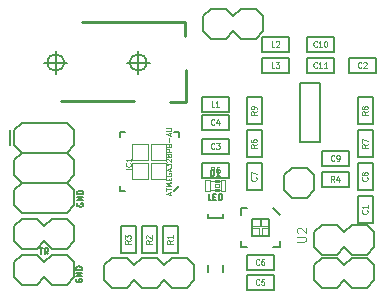
<source format=gto>
G04 (created by PCBNEW (2013-jul-07)-stable) date Fri 27 Jan 2017 11:51:30 PM EST*
%MOIN*%
G04 Gerber Fmt 3.4, Leading zero omitted, Abs format*
%FSLAX34Y34*%
G01*
G70*
G90*
G04 APERTURE LIST*
%ADD10C,0.00590551*%
%ADD11C,0.005*%
%ADD12C,0.0026*%
%ADD13C,0.008*%
%ADD14C,0.0025*%
%ADD15C,0.004*%
%ADD16C,0.01*%
%ADD17C,0.002*%
%ADD18C,0.001*%
%ADD19C,0.0045*%
G04 APERTURE END LIST*
G54D10*
G54D11*
X10402Y-11294D02*
X10392Y-11313D01*
X10392Y-11341D01*
X10402Y-11370D01*
X10421Y-11389D01*
X10440Y-11398D01*
X10478Y-11408D01*
X10507Y-11408D01*
X10545Y-11398D01*
X10564Y-11389D01*
X10583Y-11370D01*
X10592Y-11341D01*
X10592Y-11322D01*
X10583Y-11294D01*
X10573Y-11284D01*
X10507Y-11284D01*
X10507Y-11322D01*
X10592Y-11198D02*
X10392Y-11198D01*
X10592Y-11084D01*
X10392Y-11084D01*
X10592Y-10989D02*
X10392Y-10989D01*
X10392Y-10941D01*
X10402Y-10913D01*
X10421Y-10894D01*
X10440Y-10884D01*
X10478Y-10875D01*
X10507Y-10875D01*
X10545Y-10884D01*
X10564Y-10894D01*
X10583Y-10913D01*
X10592Y-10941D01*
X10592Y-10989D01*
X10362Y-13813D02*
X10353Y-13832D01*
X10353Y-13861D01*
X10362Y-13889D01*
X10381Y-13909D01*
X10401Y-13918D01*
X10439Y-13928D01*
X10467Y-13928D01*
X10505Y-13918D01*
X10524Y-13909D01*
X10543Y-13889D01*
X10553Y-13861D01*
X10553Y-13842D01*
X10543Y-13813D01*
X10534Y-13804D01*
X10467Y-13804D01*
X10467Y-13842D01*
X10553Y-13718D02*
X10353Y-13718D01*
X10553Y-13604D01*
X10353Y-13604D01*
X10553Y-13509D02*
X10353Y-13509D01*
X10353Y-13461D01*
X10362Y-13432D01*
X10381Y-13413D01*
X10401Y-13404D01*
X10439Y-13394D01*
X10467Y-13394D01*
X10505Y-13404D01*
X10524Y-13413D01*
X10543Y-13432D01*
X10553Y-13461D01*
X10553Y-13509D01*
X9134Y-12794D02*
X9248Y-12794D01*
X9191Y-12994D02*
X9191Y-12794D01*
X9429Y-12994D02*
X9362Y-12899D01*
X9315Y-12994D02*
X9315Y-12794D01*
X9391Y-12794D01*
X9410Y-12803D01*
X9419Y-12813D01*
X9429Y-12832D01*
X9429Y-12861D01*
X9419Y-12880D01*
X9410Y-12889D01*
X9391Y-12899D01*
X9315Y-12899D01*
G54D12*
X16539Y-11825D02*
X16539Y-12057D01*
X16539Y-12057D02*
X16766Y-12057D01*
X16766Y-11825D02*
X16766Y-12057D01*
X16539Y-11825D02*
X16766Y-11825D01*
X16540Y-12119D02*
X16540Y-12359D01*
X16540Y-12359D02*
X16766Y-12359D01*
X16766Y-12119D02*
X16766Y-12359D01*
X16540Y-12119D02*
X16766Y-12119D01*
X16233Y-12118D02*
X16233Y-12358D01*
X16233Y-12358D02*
X16472Y-12358D01*
X16472Y-12118D02*
X16472Y-12358D01*
X16233Y-12118D02*
X16472Y-12118D01*
X16234Y-11828D02*
X16234Y-12062D01*
X16234Y-12062D02*
X16476Y-12062D01*
X16476Y-11828D02*
X16476Y-12062D01*
X16234Y-11828D02*
X16476Y-11828D01*
G54D13*
X17149Y-11667D02*
X16933Y-11451D01*
X17149Y-12533D02*
X17149Y-12749D01*
X17149Y-12749D02*
X16933Y-12749D01*
X15851Y-11451D02*
X16067Y-11451D01*
X15851Y-11667D02*
X15851Y-11451D01*
X15851Y-12749D02*
X15851Y-12533D01*
X16067Y-12749D02*
X15851Y-12749D01*
G54D11*
X16787Y-12387D02*
X16213Y-12387D01*
X16213Y-12387D02*
X16213Y-11813D01*
X16213Y-11813D02*
X16787Y-11813D01*
X16787Y-11813D02*
X16787Y-12387D01*
G54D12*
X12741Y-10470D02*
X12741Y-9959D01*
X12741Y-9959D02*
X12230Y-9959D01*
X12230Y-10470D02*
X12230Y-9959D01*
X12741Y-10470D02*
X12230Y-10470D01*
X12741Y-9841D02*
X12741Y-9330D01*
X12741Y-9330D02*
X12230Y-9330D01*
X12230Y-9841D02*
X12230Y-9330D01*
X12741Y-9841D02*
X12230Y-9841D01*
X13370Y-10470D02*
X13370Y-9959D01*
X13370Y-9959D02*
X12859Y-9959D01*
X12859Y-10470D02*
X12859Y-9959D01*
X13370Y-10470D02*
X12859Y-10470D01*
X13370Y-9841D02*
X13370Y-9330D01*
X13370Y-9330D02*
X12859Y-9330D01*
X12859Y-9841D02*
X12859Y-9330D01*
X13370Y-9841D02*
X12859Y-9841D01*
G54D11*
X11974Y-10884D02*
X11816Y-10884D01*
X11816Y-10884D02*
X11816Y-10726D01*
X11816Y-9074D02*
X11816Y-8916D01*
X11816Y-8916D02*
X11974Y-8916D01*
X13626Y-8916D02*
X13784Y-8916D01*
X13784Y-8916D02*
X13784Y-9074D01*
X13626Y-10884D02*
X13784Y-10726D01*
G54D14*
X13534Y-10608D02*
G75*
G03X13534Y-10608I-26J0D01*
G74*
G01*
G54D13*
X8550Y-8600D02*
X8300Y-8850D01*
X8300Y-9350D02*
X8550Y-9600D01*
X8550Y-9600D02*
X8300Y-9850D01*
X8300Y-10350D02*
X8550Y-10600D01*
X8550Y-10600D02*
X8300Y-10850D01*
X8300Y-11350D02*
X8550Y-11600D01*
X8550Y-8600D02*
X10050Y-8600D01*
X10050Y-8600D02*
X10300Y-8850D01*
X10300Y-8850D02*
X10300Y-9350D01*
X10300Y-9350D02*
X10050Y-9600D01*
X10050Y-9600D02*
X10300Y-9850D01*
X10300Y-9850D02*
X10300Y-10350D01*
X10300Y-10350D02*
X10050Y-10600D01*
X10050Y-10600D02*
X10300Y-10850D01*
X10300Y-10850D02*
X10300Y-11350D01*
X10300Y-11350D02*
X10050Y-11600D01*
X10050Y-9600D02*
X8550Y-9600D01*
X10050Y-10600D02*
X8550Y-10600D01*
X10050Y-11600D02*
X8550Y-11600D01*
X8300Y-10850D02*
X8300Y-11350D01*
X8300Y-9850D02*
X8300Y-10350D01*
X8300Y-8850D02*
X8300Y-9350D01*
X8169Y-9350D02*
X8169Y-8850D01*
X14850Y-4800D02*
X15350Y-4800D01*
X15350Y-4800D02*
X15600Y-5050D01*
X15600Y-5550D02*
X15350Y-5800D01*
X15600Y-5050D02*
X15850Y-4800D01*
X15850Y-4800D02*
X16350Y-4800D01*
X16350Y-4800D02*
X16600Y-5050D01*
X16600Y-5550D02*
X16350Y-5800D01*
X16350Y-5800D02*
X15850Y-5800D01*
X15850Y-5800D02*
X15600Y-5550D01*
X14600Y-5050D02*
X14600Y-5550D01*
X14850Y-4800D02*
X14600Y-5050D01*
X14600Y-5550D02*
X14850Y-5800D01*
X15350Y-5800D02*
X14850Y-5800D01*
X16600Y-5050D02*
X16600Y-5550D01*
X10050Y-12800D02*
X9550Y-12800D01*
X9550Y-12800D02*
X9300Y-12550D01*
X9300Y-12050D02*
X9550Y-11800D01*
X9300Y-12550D02*
X9050Y-12800D01*
X9050Y-12800D02*
X8550Y-12800D01*
X8550Y-12800D02*
X8300Y-12550D01*
X8300Y-12050D02*
X8550Y-11800D01*
X8550Y-11800D02*
X9050Y-11800D01*
X9050Y-11800D02*
X9300Y-12050D01*
X10300Y-12550D02*
X10300Y-12050D01*
X10050Y-12800D02*
X10300Y-12550D01*
X10300Y-12050D02*
X10050Y-11800D01*
X9550Y-11800D02*
X10050Y-11800D01*
X8300Y-12550D02*
X8300Y-12050D01*
X8550Y-13000D02*
X9050Y-13000D01*
X9050Y-13000D02*
X9300Y-13250D01*
X9300Y-13750D02*
X9050Y-14000D01*
X9300Y-13250D02*
X9550Y-13000D01*
X9550Y-13000D02*
X10050Y-13000D01*
X10050Y-13000D02*
X10300Y-13250D01*
X10300Y-13750D02*
X10050Y-14000D01*
X10050Y-14000D02*
X9550Y-14000D01*
X9550Y-14000D02*
X9300Y-13750D01*
X8300Y-13250D02*
X8300Y-13750D01*
X8550Y-13000D02*
X8300Y-13250D01*
X8300Y-13750D02*
X8550Y-14000D01*
X9050Y-14000D02*
X8550Y-14000D01*
X10300Y-13250D02*
X10300Y-13750D01*
G54D11*
X16050Y-8650D02*
X16050Y-7750D01*
X16050Y-7750D02*
X16550Y-7750D01*
X16550Y-7750D02*
X16550Y-8650D01*
X16550Y-8650D02*
X16050Y-8650D01*
X17450Y-6950D02*
X16550Y-6950D01*
X16550Y-6950D02*
X16550Y-6450D01*
X16550Y-6450D02*
X17450Y-6450D01*
X17450Y-6450D02*
X17450Y-6950D01*
X19750Y-10850D02*
X19750Y-9950D01*
X19750Y-9950D02*
X20250Y-9950D01*
X20250Y-9950D02*
X20250Y-10850D01*
X20250Y-10850D02*
X19750Y-10850D01*
X16050Y-10850D02*
X16050Y-9950D01*
X16050Y-9950D02*
X16550Y-9950D01*
X16550Y-9950D02*
X16550Y-10850D01*
X16550Y-10850D02*
X16050Y-10850D01*
X16050Y-9750D02*
X16050Y-8850D01*
X16050Y-8850D02*
X16550Y-8850D01*
X16550Y-8850D02*
X16550Y-9750D01*
X16550Y-9750D02*
X16050Y-9750D01*
X19750Y-8650D02*
X19750Y-7750D01*
X19750Y-7750D02*
X20250Y-7750D01*
X20250Y-7750D02*
X20250Y-8650D01*
X20250Y-8650D02*
X19750Y-8650D01*
X19750Y-9750D02*
X19750Y-8850D01*
X19750Y-8850D02*
X20250Y-8850D01*
X20250Y-8850D02*
X20250Y-9750D01*
X20250Y-9750D02*
X19750Y-9750D01*
X18550Y-9550D02*
X19450Y-9550D01*
X19450Y-9550D02*
X19450Y-10050D01*
X19450Y-10050D02*
X18550Y-10050D01*
X18550Y-10050D02*
X18550Y-9550D01*
X18950Y-6250D02*
X18050Y-6250D01*
X18050Y-6250D02*
X18050Y-5750D01*
X18050Y-5750D02*
X18950Y-5750D01*
X18950Y-5750D02*
X18950Y-6250D01*
X18950Y-6950D02*
X18050Y-6950D01*
X18050Y-6950D02*
X18050Y-6450D01*
X18050Y-6450D02*
X18950Y-6450D01*
X18950Y-6450D02*
X18950Y-6950D01*
X17450Y-6250D02*
X16550Y-6250D01*
X16550Y-6250D02*
X16550Y-5750D01*
X16550Y-5750D02*
X17450Y-5750D01*
X17450Y-5750D02*
X17450Y-6250D01*
X15450Y-9650D02*
X14550Y-9650D01*
X14550Y-9650D02*
X14550Y-9150D01*
X14550Y-9150D02*
X15450Y-9150D01*
X15450Y-9150D02*
X15450Y-9650D01*
X19450Y-6450D02*
X20350Y-6450D01*
X20350Y-6450D02*
X20350Y-6950D01*
X20350Y-6950D02*
X19450Y-6950D01*
X19450Y-6950D02*
X19450Y-6450D01*
X19750Y-11950D02*
X19750Y-11050D01*
X19750Y-11050D02*
X20250Y-11050D01*
X20250Y-11050D02*
X20250Y-11950D01*
X20250Y-11950D02*
X19750Y-11950D01*
X15450Y-10450D02*
X14550Y-10450D01*
X14550Y-10450D02*
X14550Y-9950D01*
X14550Y-9950D02*
X15450Y-9950D01*
X15450Y-9950D02*
X15450Y-10450D01*
X15450Y-8250D02*
X14550Y-8250D01*
X14550Y-8250D02*
X14550Y-7750D01*
X14550Y-7750D02*
X15450Y-7750D01*
X15450Y-7750D02*
X15450Y-8250D01*
X14550Y-8350D02*
X15450Y-8350D01*
X15450Y-8350D02*
X15450Y-8850D01*
X15450Y-8850D02*
X14550Y-8850D01*
X14550Y-8850D02*
X14550Y-8350D01*
X12550Y-12950D02*
X12550Y-12050D01*
X12550Y-12050D02*
X13050Y-12050D01*
X13050Y-12050D02*
X13050Y-12950D01*
X13050Y-12950D02*
X12550Y-12950D01*
X19450Y-10750D02*
X18550Y-10750D01*
X18550Y-10750D02*
X18550Y-10250D01*
X18550Y-10250D02*
X19450Y-10250D01*
X19450Y-10250D02*
X19450Y-10750D01*
X13250Y-12950D02*
X13250Y-12050D01*
X13250Y-12050D02*
X13750Y-12050D01*
X13750Y-12050D02*
X13750Y-12950D01*
X13750Y-12950D02*
X13250Y-12950D01*
X11850Y-12950D02*
X11850Y-12050D01*
X11850Y-12050D02*
X12350Y-12050D01*
X12350Y-12050D02*
X12350Y-12950D01*
X12350Y-12950D02*
X11850Y-12950D01*
X16946Y-13517D02*
X16046Y-13517D01*
X16046Y-13517D02*
X16046Y-13017D01*
X16046Y-13017D02*
X16946Y-13017D01*
X16946Y-13017D02*
X16946Y-13517D01*
X16046Y-13687D02*
X16946Y-13687D01*
X16946Y-13687D02*
X16946Y-14187D01*
X16946Y-14187D02*
X16046Y-14187D01*
X16046Y-14187D02*
X16046Y-13687D01*
G54D12*
X15177Y-10523D02*
X15177Y-10877D01*
X15177Y-10877D02*
X15334Y-10877D01*
X15334Y-10523D02*
X15334Y-10877D01*
X15177Y-10523D02*
X15334Y-10523D01*
X14666Y-10523D02*
X14666Y-10877D01*
X14666Y-10877D02*
X14823Y-10877D01*
X14823Y-10523D02*
X14823Y-10877D01*
X14666Y-10523D02*
X14823Y-10523D01*
X15000Y-10523D02*
X15000Y-10582D01*
X15000Y-10582D02*
X15118Y-10582D01*
X15118Y-10523D02*
X15118Y-10582D01*
X15000Y-10523D02*
X15118Y-10523D01*
X15000Y-10818D02*
X15000Y-10877D01*
X15000Y-10877D02*
X15118Y-10877D01*
X15118Y-10818D02*
X15118Y-10877D01*
X15000Y-10818D02*
X15118Y-10818D01*
X15000Y-10641D02*
X15000Y-10759D01*
X15000Y-10759D02*
X15118Y-10759D01*
X15118Y-10641D02*
X15118Y-10759D01*
X15000Y-10641D02*
X15118Y-10641D01*
G54D15*
X15177Y-10543D02*
X14823Y-10543D01*
X15177Y-10857D02*
X14823Y-10857D01*
G54D11*
X14749Y-11660D02*
X14749Y-11778D01*
X14749Y-11778D02*
X15261Y-11778D01*
X15261Y-11778D02*
X15261Y-11660D01*
X14749Y-13589D02*
X14749Y-13352D01*
X15261Y-13589D02*
X15261Y-13352D01*
G54D10*
X17834Y-7283D02*
X18464Y-7283D01*
X18464Y-7283D02*
X18503Y-7283D01*
X18503Y-7283D02*
X18503Y-9251D01*
X18503Y-9251D02*
X17834Y-9251D01*
X17834Y-9251D02*
X17834Y-7283D01*
G54D16*
X9870Y-7880D02*
X12290Y-7880D01*
X14019Y-6850D02*
X14019Y-7900D01*
X14019Y-7900D02*
X13480Y-7900D01*
X13999Y-5731D02*
X13999Y-5250D01*
X13999Y-5250D02*
X10540Y-5250D01*
G54D11*
X9954Y-6600D02*
G75*
G03X9954Y-6600I-277J0D01*
G74*
G01*
X9284Y-6600D02*
X10071Y-6600D01*
X9677Y-6993D02*
X9677Y-6207D01*
X12710Y-6600D02*
G75*
G03X12710Y-6600I-277J0D01*
G74*
G01*
X12040Y-6600D02*
X12827Y-6600D01*
X12433Y-6993D02*
X12433Y-6207D01*
G54D13*
X12300Y-13850D02*
X12050Y-14100D01*
X12050Y-14100D02*
X11550Y-14100D01*
X11550Y-14100D02*
X11300Y-13850D01*
X11300Y-13350D02*
X11550Y-13100D01*
X11550Y-13100D02*
X12050Y-13100D01*
X12050Y-13100D02*
X12300Y-13350D01*
X14050Y-14100D02*
X13550Y-14100D01*
X13550Y-14100D02*
X13300Y-13850D01*
X13300Y-13350D02*
X13550Y-13100D01*
X13300Y-13850D02*
X13050Y-14100D01*
X13050Y-14100D02*
X12550Y-14100D01*
X12550Y-14100D02*
X12300Y-13850D01*
X12300Y-13350D02*
X12550Y-13100D01*
X12550Y-13100D02*
X13050Y-13100D01*
X13050Y-13100D02*
X13300Y-13350D01*
X14300Y-13850D02*
X14300Y-13350D01*
X14050Y-14100D02*
X14300Y-13850D01*
X14300Y-13350D02*
X14050Y-13100D01*
X13550Y-13100D02*
X14050Y-13100D01*
X11300Y-13850D02*
X11300Y-13350D01*
X18550Y-13100D02*
X19050Y-13100D01*
X19050Y-13100D02*
X19300Y-13350D01*
X19300Y-13850D02*
X19050Y-14100D01*
X19300Y-13350D02*
X19550Y-13100D01*
X19550Y-13100D02*
X20050Y-13100D01*
X20050Y-13100D02*
X20300Y-13350D01*
X20300Y-13850D02*
X20050Y-14100D01*
X20050Y-14100D02*
X19550Y-14100D01*
X19550Y-14100D02*
X19300Y-13850D01*
X18300Y-13350D02*
X18300Y-13850D01*
X18550Y-13100D02*
X18300Y-13350D01*
X18300Y-13850D02*
X18550Y-14100D01*
X19050Y-14100D02*
X18550Y-14100D01*
X20300Y-13350D02*
X20300Y-13850D01*
X20050Y-13000D02*
X19550Y-13000D01*
X19550Y-13000D02*
X19300Y-12750D01*
X19300Y-12250D02*
X19550Y-12000D01*
X19300Y-12750D02*
X19050Y-13000D01*
X19050Y-13000D02*
X18550Y-13000D01*
X18550Y-13000D02*
X18300Y-12750D01*
X18300Y-12250D02*
X18550Y-12000D01*
X18550Y-12000D02*
X19050Y-12000D01*
X19050Y-12000D02*
X19300Y-12250D01*
X20300Y-12750D02*
X20300Y-12250D01*
X20050Y-13000D02*
X20300Y-12750D01*
X20300Y-12250D02*
X20050Y-12000D01*
X19550Y-12000D02*
X20050Y-12000D01*
X18300Y-12750D02*
X18300Y-12250D01*
X18300Y-10350D02*
X18050Y-10100D01*
X18050Y-10100D02*
X17550Y-10100D01*
X17550Y-10100D02*
X17300Y-10350D01*
X17300Y-10350D02*
X17300Y-10850D01*
X17300Y-10850D02*
X17550Y-11100D01*
X17550Y-11100D02*
X18050Y-11100D01*
X18050Y-11100D02*
X18300Y-10850D01*
X18300Y-10850D02*
X18300Y-10350D01*
G54D17*
X17721Y-12578D02*
X17964Y-12578D01*
X17992Y-12564D01*
X18007Y-12550D01*
X18021Y-12521D01*
X18021Y-12464D01*
X18007Y-12435D01*
X17992Y-12421D01*
X17964Y-12407D01*
X17721Y-12407D01*
X17750Y-12278D02*
X17735Y-12264D01*
X17721Y-12235D01*
X17721Y-12164D01*
X17735Y-12135D01*
X17750Y-12121D01*
X17778Y-12107D01*
X17807Y-12107D01*
X17850Y-12121D01*
X18021Y-12292D01*
X18021Y-12107D01*
G54D18*
X12183Y-10140D02*
X12013Y-10140D01*
X12167Y-9962D02*
X12175Y-9970D01*
X12183Y-9995D01*
X12183Y-10011D01*
X12175Y-10035D01*
X12159Y-10051D01*
X12143Y-10059D01*
X12110Y-10068D01*
X12086Y-10068D01*
X12054Y-10059D01*
X12038Y-10051D01*
X12021Y-10035D01*
X12013Y-10011D01*
X12013Y-9995D01*
X12021Y-9970D01*
X12030Y-9962D01*
X12183Y-9800D02*
X12183Y-9898D01*
X12183Y-9849D02*
X12013Y-9849D01*
X12038Y-9865D01*
X12054Y-9881D01*
X12062Y-9898D01*
X13485Y-11007D02*
X13485Y-10926D01*
X13533Y-11023D02*
X13363Y-10966D01*
X13533Y-10910D01*
X13363Y-10877D02*
X13363Y-10780D01*
X13533Y-10829D02*
X13363Y-10829D01*
X13533Y-10723D02*
X13363Y-10723D01*
X13485Y-10667D01*
X13363Y-10610D01*
X13533Y-10610D01*
X13444Y-10529D02*
X13444Y-10472D01*
X13533Y-10448D02*
X13533Y-10529D01*
X13363Y-10529D01*
X13363Y-10448D01*
X13371Y-10286D02*
X13363Y-10302D01*
X13363Y-10327D01*
X13371Y-10351D01*
X13388Y-10367D01*
X13404Y-10375D01*
X13436Y-10383D01*
X13460Y-10383D01*
X13493Y-10375D01*
X13509Y-10367D01*
X13525Y-10351D01*
X13533Y-10327D01*
X13533Y-10310D01*
X13525Y-10286D01*
X13517Y-10278D01*
X13460Y-10278D01*
X13460Y-10310D01*
X13485Y-10213D02*
X13485Y-10132D01*
X13533Y-10230D02*
X13363Y-10173D01*
X13533Y-10116D01*
X13363Y-10076D02*
X13363Y-9970D01*
X13428Y-10027D01*
X13428Y-10003D01*
X13436Y-9987D01*
X13444Y-9979D01*
X13460Y-9970D01*
X13501Y-9970D01*
X13517Y-9979D01*
X13525Y-9987D01*
X13533Y-10003D01*
X13533Y-10051D01*
X13525Y-10068D01*
X13517Y-10076D01*
X13380Y-9906D02*
X13371Y-9898D01*
X13363Y-9881D01*
X13363Y-9841D01*
X13371Y-9825D01*
X13380Y-9817D01*
X13396Y-9809D01*
X13412Y-9809D01*
X13436Y-9817D01*
X13533Y-9914D01*
X13533Y-9809D01*
X13436Y-9711D02*
X13428Y-9728D01*
X13420Y-9736D01*
X13404Y-9744D01*
X13396Y-9744D01*
X13380Y-9736D01*
X13371Y-9728D01*
X13363Y-9711D01*
X13363Y-9679D01*
X13371Y-9663D01*
X13380Y-9655D01*
X13396Y-9647D01*
X13404Y-9647D01*
X13420Y-9655D01*
X13428Y-9663D01*
X13436Y-9679D01*
X13436Y-9711D01*
X13444Y-9728D01*
X13452Y-9736D01*
X13469Y-9744D01*
X13501Y-9744D01*
X13517Y-9736D01*
X13525Y-9728D01*
X13533Y-9711D01*
X13533Y-9679D01*
X13525Y-9663D01*
X13517Y-9655D01*
X13501Y-9647D01*
X13469Y-9647D01*
X13452Y-9655D01*
X13444Y-9663D01*
X13436Y-9679D01*
X13533Y-9574D02*
X13363Y-9574D01*
X13363Y-9509D01*
X13371Y-9493D01*
X13380Y-9485D01*
X13396Y-9477D01*
X13420Y-9477D01*
X13436Y-9485D01*
X13444Y-9493D01*
X13452Y-9509D01*
X13452Y-9574D01*
X13444Y-9347D02*
X13452Y-9323D01*
X13460Y-9315D01*
X13477Y-9307D01*
X13501Y-9307D01*
X13517Y-9315D01*
X13525Y-9323D01*
X13533Y-9339D01*
X13533Y-9404D01*
X13363Y-9404D01*
X13363Y-9347D01*
X13371Y-9331D01*
X13380Y-9323D01*
X13396Y-9315D01*
X13412Y-9315D01*
X13428Y-9323D01*
X13436Y-9331D01*
X13444Y-9347D01*
X13444Y-9404D01*
X13469Y-9234D02*
X13469Y-9104D01*
X13485Y-9031D02*
X13485Y-8950D01*
X13533Y-9048D02*
X13363Y-8991D01*
X13533Y-8934D01*
X13363Y-8878D02*
X13501Y-8878D01*
X13517Y-8870D01*
X13525Y-8861D01*
X13533Y-8845D01*
X13533Y-8813D01*
X13525Y-8797D01*
X13517Y-8789D01*
X13501Y-8780D01*
X13363Y-8780D01*
G54D19*
X16380Y-8230D02*
X16285Y-8290D01*
X16380Y-8332D02*
X16180Y-8332D01*
X16180Y-8264D01*
X16190Y-8247D01*
X16200Y-8238D01*
X16219Y-8230D01*
X16247Y-8230D01*
X16266Y-8238D01*
X16276Y-8247D01*
X16285Y-8264D01*
X16285Y-8332D01*
X16380Y-8144D02*
X16380Y-8110D01*
X16371Y-8092D01*
X16361Y-8084D01*
X16333Y-8067D01*
X16295Y-8058D01*
X16219Y-8058D01*
X16200Y-8067D01*
X16190Y-8075D01*
X16180Y-8092D01*
X16180Y-8127D01*
X16190Y-8144D01*
X16200Y-8152D01*
X16219Y-8161D01*
X16266Y-8161D01*
X16285Y-8152D01*
X16295Y-8144D01*
X16304Y-8127D01*
X16304Y-8092D01*
X16295Y-8075D01*
X16285Y-8067D01*
X16266Y-8058D01*
X16970Y-6780D02*
X16884Y-6780D01*
X16884Y-6580D01*
X17012Y-6580D02*
X17124Y-6580D01*
X17064Y-6657D01*
X17090Y-6657D01*
X17107Y-6666D01*
X17115Y-6676D01*
X17124Y-6695D01*
X17124Y-6742D01*
X17115Y-6761D01*
X17107Y-6771D01*
X17090Y-6780D01*
X17038Y-6780D01*
X17021Y-6771D01*
X17012Y-6761D01*
X20061Y-10430D02*
X20071Y-10438D01*
X20080Y-10464D01*
X20080Y-10481D01*
X20071Y-10507D01*
X20052Y-10524D01*
X20033Y-10532D01*
X19995Y-10541D01*
X19966Y-10541D01*
X19928Y-10532D01*
X19909Y-10524D01*
X19890Y-10507D01*
X19880Y-10481D01*
X19880Y-10464D01*
X19890Y-10438D01*
X19900Y-10430D01*
X19966Y-10327D02*
X19957Y-10344D01*
X19947Y-10352D01*
X19928Y-10361D01*
X19919Y-10361D01*
X19900Y-10352D01*
X19890Y-10344D01*
X19880Y-10327D01*
X19880Y-10292D01*
X19890Y-10275D01*
X19900Y-10267D01*
X19919Y-10258D01*
X19928Y-10258D01*
X19947Y-10267D01*
X19957Y-10275D01*
X19966Y-10292D01*
X19966Y-10327D01*
X19976Y-10344D01*
X19985Y-10352D01*
X20004Y-10361D01*
X20042Y-10361D01*
X20061Y-10352D01*
X20071Y-10344D01*
X20080Y-10327D01*
X20080Y-10292D01*
X20071Y-10275D01*
X20061Y-10267D01*
X20042Y-10258D01*
X20004Y-10258D01*
X19985Y-10267D01*
X19976Y-10275D01*
X19966Y-10292D01*
X16361Y-10430D02*
X16371Y-10438D01*
X16380Y-10464D01*
X16380Y-10481D01*
X16371Y-10507D01*
X16352Y-10524D01*
X16333Y-10532D01*
X16295Y-10541D01*
X16266Y-10541D01*
X16228Y-10532D01*
X16209Y-10524D01*
X16190Y-10507D01*
X16180Y-10481D01*
X16180Y-10464D01*
X16190Y-10438D01*
X16200Y-10430D01*
X16180Y-10370D02*
X16180Y-10250D01*
X16380Y-10327D01*
X16380Y-9330D02*
X16285Y-9390D01*
X16380Y-9432D02*
X16180Y-9432D01*
X16180Y-9364D01*
X16190Y-9347D01*
X16200Y-9338D01*
X16219Y-9330D01*
X16247Y-9330D01*
X16266Y-9338D01*
X16276Y-9347D01*
X16285Y-9364D01*
X16285Y-9432D01*
X16180Y-9175D02*
X16180Y-9210D01*
X16190Y-9227D01*
X16200Y-9235D01*
X16228Y-9252D01*
X16266Y-9261D01*
X16342Y-9261D01*
X16361Y-9252D01*
X16371Y-9244D01*
X16380Y-9227D01*
X16380Y-9192D01*
X16371Y-9175D01*
X16361Y-9167D01*
X16342Y-9158D01*
X16295Y-9158D01*
X16276Y-9167D01*
X16266Y-9175D01*
X16257Y-9192D01*
X16257Y-9227D01*
X16266Y-9244D01*
X16276Y-9252D01*
X16295Y-9261D01*
X20080Y-8230D02*
X19985Y-8290D01*
X20080Y-8332D02*
X19880Y-8332D01*
X19880Y-8264D01*
X19890Y-8247D01*
X19900Y-8238D01*
X19919Y-8230D01*
X19947Y-8230D01*
X19966Y-8238D01*
X19976Y-8247D01*
X19985Y-8264D01*
X19985Y-8332D01*
X19966Y-8127D02*
X19957Y-8144D01*
X19947Y-8152D01*
X19928Y-8161D01*
X19919Y-8161D01*
X19900Y-8152D01*
X19890Y-8144D01*
X19880Y-8127D01*
X19880Y-8092D01*
X19890Y-8075D01*
X19900Y-8067D01*
X19919Y-8058D01*
X19928Y-8058D01*
X19947Y-8067D01*
X19957Y-8075D01*
X19966Y-8092D01*
X19966Y-8127D01*
X19976Y-8144D01*
X19985Y-8152D01*
X20004Y-8161D01*
X20042Y-8161D01*
X20061Y-8152D01*
X20071Y-8144D01*
X20080Y-8127D01*
X20080Y-8092D01*
X20071Y-8075D01*
X20061Y-8067D01*
X20042Y-8058D01*
X20004Y-8058D01*
X19985Y-8067D01*
X19976Y-8075D01*
X19966Y-8092D01*
X20080Y-9330D02*
X19985Y-9390D01*
X20080Y-9432D02*
X19880Y-9432D01*
X19880Y-9364D01*
X19890Y-9347D01*
X19900Y-9338D01*
X19919Y-9330D01*
X19947Y-9330D01*
X19966Y-9338D01*
X19976Y-9347D01*
X19985Y-9364D01*
X19985Y-9432D01*
X19880Y-9270D02*
X19880Y-9150D01*
X20080Y-9227D01*
X18970Y-9861D02*
X18961Y-9871D01*
X18935Y-9880D01*
X18918Y-9880D01*
X18892Y-9871D01*
X18875Y-9852D01*
X18867Y-9833D01*
X18858Y-9795D01*
X18858Y-9766D01*
X18867Y-9728D01*
X18875Y-9709D01*
X18892Y-9690D01*
X18918Y-9680D01*
X18935Y-9680D01*
X18961Y-9690D01*
X18970Y-9700D01*
X19055Y-9880D02*
X19090Y-9880D01*
X19107Y-9871D01*
X19115Y-9861D01*
X19132Y-9833D01*
X19141Y-9795D01*
X19141Y-9719D01*
X19132Y-9700D01*
X19124Y-9690D01*
X19107Y-9680D01*
X19072Y-9680D01*
X19055Y-9690D01*
X19047Y-9700D01*
X19038Y-9719D01*
X19038Y-9766D01*
X19047Y-9785D01*
X19055Y-9795D01*
X19072Y-9804D01*
X19107Y-9804D01*
X19124Y-9795D01*
X19132Y-9785D01*
X19141Y-9766D01*
X18384Y-6061D02*
X18375Y-6071D01*
X18350Y-6080D01*
X18332Y-6080D01*
X18307Y-6071D01*
X18290Y-6052D01*
X18281Y-6033D01*
X18272Y-5995D01*
X18272Y-5966D01*
X18281Y-5928D01*
X18290Y-5909D01*
X18307Y-5890D01*
X18332Y-5880D01*
X18350Y-5880D01*
X18375Y-5890D01*
X18384Y-5900D01*
X18555Y-6080D02*
X18452Y-6080D01*
X18504Y-6080D02*
X18504Y-5880D01*
X18487Y-5909D01*
X18470Y-5928D01*
X18452Y-5938D01*
X18667Y-5880D02*
X18684Y-5880D01*
X18701Y-5890D01*
X18710Y-5900D01*
X18718Y-5919D01*
X18727Y-5957D01*
X18727Y-6004D01*
X18718Y-6042D01*
X18710Y-6061D01*
X18701Y-6071D01*
X18684Y-6080D01*
X18667Y-6080D01*
X18650Y-6071D01*
X18641Y-6061D01*
X18632Y-6042D01*
X18624Y-6004D01*
X18624Y-5957D01*
X18632Y-5919D01*
X18641Y-5900D01*
X18650Y-5890D01*
X18667Y-5880D01*
X18384Y-6761D02*
X18375Y-6771D01*
X18350Y-6780D01*
X18332Y-6780D01*
X18307Y-6771D01*
X18290Y-6752D01*
X18281Y-6733D01*
X18272Y-6695D01*
X18272Y-6666D01*
X18281Y-6628D01*
X18290Y-6609D01*
X18307Y-6590D01*
X18332Y-6580D01*
X18350Y-6580D01*
X18375Y-6590D01*
X18384Y-6600D01*
X18555Y-6780D02*
X18452Y-6780D01*
X18504Y-6780D02*
X18504Y-6580D01*
X18487Y-6609D01*
X18470Y-6628D01*
X18452Y-6638D01*
X18727Y-6780D02*
X18624Y-6780D01*
X18675Y-6780D02*
X18675Y-6580D01*
X18658Y-6609D01*
X18641Y-6628D01*
X18624Y-6638D01*
X16970Y-6080D02*
X16884Y-6080D01*
X16884Y-5880D01*
X17021Y-5900D02*
X17030Y-5890D01*
X17047Y-5880D01*
X17090Y-5880D01*
X17107Y-5890D01*
X17115Y-5900D01*
X17124Y-5919D01*
X17124Y-5938D01*
X17115Y-5966D01*
X17012Y-6080D01*
X17124Y-6080D01*
X14970Y-9461D02*
X14961Y-9471D01*
X14935Y-9480D01*
X14918Y-9480D01*
X14892Y-9471D01*
X14875Y-9452D01*
X14867Y-9433D01*
X14858Y-9395D01*
X14858Y-9366D01*
X14867Y-9328D01*
X14875Y-9309D01*
X14892Y-9290D01*
X14918Y-9280D01*
X14935Y-9280D01*
X14961Y-9290D01*
X14970Y-9300D01*
X15030Y-9280D02*
X15141Y-9280D01*
X15081Y-9357D01*
X15107Y-9357D01*
X15124Y-9366D01*
X15132Y-9376D01*
X15141Y-9395D01*
X15141Y-9442D01*
X15132Y-9461D01*
X15124Y-9471D01*
X15107Y-9480D01*
X15055Y-9480D01*
X15038Y-9471D01*
X15030Y-9461D01*
X19870Y-6761D02*
X19861Y-6771D01*
X19835Y-6780D01*
X19818Y-6780D01*
X19792Y-6771D01*
X19775Y-6752D01*
X19767Y-6733D01*
X19758Y-6695D01*
X19758Y-6666D01*
X19767Y-6628D01*
X19775Y-6609D01*
X19792Y-6590D01*
X19818Y-6580D01*
X19835Y-6580D01*
X19861Y-6590D01*
X19870Y-6600D01*
X19938Y-6600D02*
X19947Y-6590D01*
X19964Y-6580D01*
X20007Y-6580D01*
X20024Y-6590D01*
X20032Y-6600D01*
X20041Y-6619D01*
X20041Y-6638D01*
X20032Y-6666D01*
X19930Y-6780D01*
X20041Y-6780D01*
X20061Y-11530D02*
X20071Y-11538D01*
X20080Y-11564D01*
X20080Y-11581D01*
X20071Y-11607D01*
X20052Y-11624D01*
X20033Y-11632D01*
X19995Y-11641D01*
X19966Y-11641D01*
X19928Y-11632D01*
X19909Y-11624D01*
X19890Y-11607D01*
X19880Y-11581D01*
X19880Y-11564D01*
X19890Y-11538D01*
X19900Y-11530D01*
X20080Y-11358D02*
X20080Y-11461D01*
X20080Y-11410D02*
X19880Y-11410D01*
X19909Y-11427D01*
X19928Y-11444D01*
X19938Y-11461D01*
X14970Y-10280D02*
X14910Y-10185D01*
X14867Y-10280D02*
X14867Y-10080D01*
X14935Y-10080D01*
X14952Y-10090D01*
X14961Y-10100D01*
X14970Y-10119D01*
X14970Y-10147D01*
X14961Y-10166D01*
X14952Y-10176D01*
X14935Y-10185D01*
X14867Y-10185D01*
X15132Y-10080D02*
X15047Y-10080D01*
X15038Y-10176D01*
X15047Y-10166D01*
X15064Y-10157D01*
X15107Y-10157D01*
X15124Y-10166D01*
X15132Y-10176D01*
X15141Y-10195D01*
X15141Y-10242D01*
X15132Y-10261D01*
X15124Y-10271D01*
X15107Y-10280D01*
X15064Y-10280D01*
X15047Y-10271D01*
X15038Y-10261D01*
X14970Y-8080D02*
X14884Y-8080D01*
X14884Y-7880D01*
X15124Y-8080D02*
X15021Y-8080D01*
X15072Y-8080D02*
X15072Y-7880D01*
X15055Y-7909D01*
X15038Y-7928D01*
X15021Y-7938D01*
X14970Y-8661D02*
X14961Y-8671D01*
X14935Y-8680D01*
X14918Y-8680D01*
X14892Y-8671D01*
X14875Y-8652D01*
X14867Y-8633D01*
X14858Y-8595D01*
X14858Y-8566D01*
X14867Y-8528D01*
X14875Y-8509D01*
X14892Y-8490D01*
X14918Y-8480D01*
X14935Y-8480D01*
X14961Y-8490D01*
X14970Y-8500D01*
X15124Y-8547D02*
X15124Y-8680D01*
X15081Y-8471D02*
X15038Y-8614D01*
X15150Y-8614D01*
X12880Y-12530D02*
X12785Y-12590D01*
X12880Y-12632D02*
X12680Y-12632D01*
X12680Y-12564D01*
X12690Y-12547D01*
X12700Y-12538D01*
X12719Y-12530D01*
X12747Y-12530D01*
X12766Y-12538D01*
X12776Y-12547D01*
X12785Y-12564D01*
X12785Y-12632D01*
X12700Y-12461D02*
X12690Y-12452D01*
X12680Y-12435D01*
X12680Y-12392D01*
X12690Y-12375D01*
X12700Y-12367D01*
X12719Y-12358D01*
X12738Y-12358D01*
X12766Y-12367D01*
X12880Y-12470D01*
X12880Y-12358D01*
X18970Y-10580D02*
X18910Y-10485D01*
X18867Y-10580D02*
X18867Y-10380D01*
X18935Y-10380D01*
X18952Y-10390D01*
X18961Y-10400D01*
X18970Y-10419D01*
X18970Y-10447D01*
X18961Y-10466D01*
X18952Y-10476D01*
X18935Y-10485D01*
X18867Y-10485D01*
X19124Y-10447D02*
X19124Y-10580D01*
X19081Y-10371D02*
X19038Y-10514D01*
X19150Y-10514D01*
X13580Y-12530D02*
X13485Y-12590D01*
X13580Y-12632D02*
X13380Y-12632D01*
X13380Y-12564D01*
X13390Y-12547D01*
X13400Y-12538D01*
X13419Y-12530D01*
X13447Y-12530D01*
X13466Y-12538D01*
X13476Y-12547D01*
X13485Y-12564D01*
X13485Y-12632D01*
X13580Y-12358D02*
X13580Y-12461D01*
X13580Y-12410D02*
X13380Y-12410D01*
X13409Y-12427D01*
X13428Y-12444D01*
X13438Y-12461D01*
X12180Y-12530D02*
X12085Y-12590D01*
X12180Y-12632D02*
X11980Y-12632D01*
X11980Y-12564D01*
X11990Y-12547D01*
X12000Y-12538D01*
X12019Y-12530D01*
X12047Y-12530D01*
X12066Y-12538D01*
X12076Y-12547D01*
X12085Y-12564D01*
X12085Y-12632D01*
X11980Y-12470D02*
X11980Y-12358D01*
X12057Y-12418D01*
X12057Y-12392D01*
X12066Y-12375D01*
X12076Y-12367D01*
X12095Y-12358D01*
X12142Y-12358D01*
X12161Y-12367D01*
X12171Y-12375D01*
X12180Y-12392D01*
X12180Y-12444D01*
X12171Y-12461D01*
X12161Y-12470D01*
X16466Y-13329D02*
X16457Y-13339D01*
X16431Y-13348D01*
X16414Y-13348D01*
X16388Y-13339D01*
X16371Y-13320D01*
X16363Y-13301D01*
X16354Y-13262D01*
X16354Y-13234D01*
X16363Y-13196D01*
X16371Y-13177D01*
X16388Y-13158D01*
X16414Y-13148D01*
X16431Y-13148D01*
X16457Y-13158D01*
X16466Y-13167D01*
X16620Y-13148D02*
X16586Y-13148D01*
X16568Y-13158D01*
X16560Y-13167D01*
X16543Y-13196D01*
X16534Y-13234D01*
X16534Y-13310D01*
X16543Y-13329D01*
X16551Y-13339D01*
X16568Y-13348D01*
X16603Y-13348D01*
X16620Y-13339D01*
X16628Y-13329D01*
X16637Y-13310D01*
X16637Y-13262D01*
X16628Y-13243D01*
X16620Y-13234D01*
X16603Y-13224D01*
X16568Y-13224D01*
X16551Y-13234D01*
X16543Y-13243D01*
X16534Y-13262D01*
X16466Y-13998D02*
X16457Y-14008D01*
X16431Y-14017D01*
X16414Y-14017D01*
X16388Y-14008D01*
X16371Y-13989D01*
X16363Y-13970D01*
X16354Y-13932D01*
X16354Y-13903D01*
X16363Y-13865D01*
X16371Y-13846D01*
X16388Y-13827D01*
X16414Y-13817D01*
X16431Y-13817D01*
X16457Y-13827D01*
X16466Y-13837D01*
X16628Y-13817D02*
X16543Y-13817D01*
X16534Y-13913D01*
X16543Y-13903D01*
X16560Y-13894D01*
X16603Y-13894D01*
X16620Y-13903D01*
X16628Y-13913D01*
X16637Y-13932D01*
X16637Y-13979D01*
X16628Y-13998D01*
X16620Y-14008D01*
X16603Y-14017D01*
X16560Y-14017D01*
X16543Y-14008D01*
X16534Y-13998D01*
G54D11*
X14852Y-10380D02*
X14852Y-10180D01*
X14900Y-10180D01*
X14928Y-10190D01*
X14947Y-10209D01*
X14957Y-10228D01*
X14966Y-10266D01*
X14966Y-10295D01*
X14957Y-10333D01*
X14947Y-10352D01*
X14928Y-10371D01*
X14900Y-10380D01*
X14852Y-10380D01*
X15157Y-10380D02*
X15042Y-10380D01*
X15100Y-10380D02*
X15100Y-10180D01*
X15080Y-10209D01*
X15061Y-10228D01*
X15042Y-10238D01*
X14871Y-11180D02*
X14776Y-11180D01*
X14776Y-10980D01*
X14938Y-11076D02*
X15004Y-11076D01*
X15033Y-11180D02*
X14938Y-11180D01*
X14938Y-10980D01*
X15033Y-10980D01*
X15119Y-11180D02*
X15119Y-10980D01*
X15166Y-10980D01*
X15195Y-10990D01*
X15214Y-11009D01*
X15223Y-11028D01*
X15233Y-11066D01*
X15233Y-11095D01*
X15223Y-11133D01*
X15214Y-11152D01*
X15195Y-11171D01*
X15166Y-11180D01*
X15119Y-11180D01*
M02*

</source>
